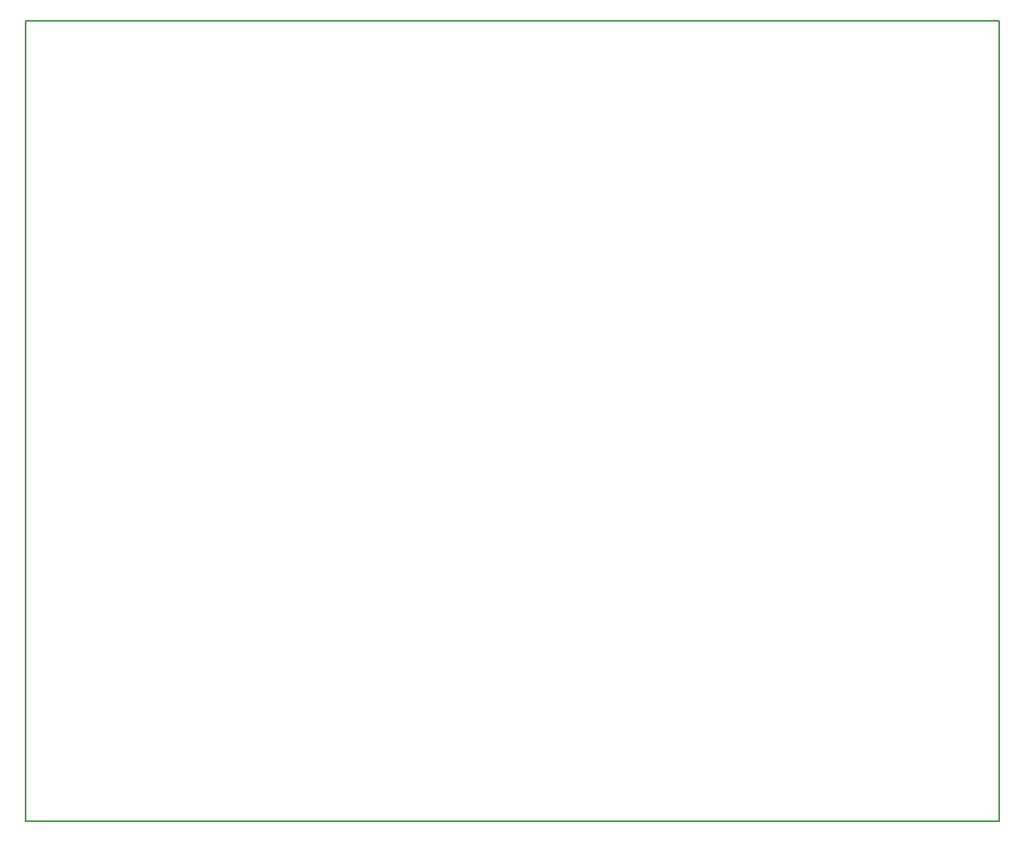
<source format=gm1>
G04 MADE WITH FRITZING*
G04 WWW.FRITZING.ORG*
G04 SINGLE SIDED*
G04 HOLES NOT PLATED*
G04 CONTOUR ON CENTER OF CONTOUR VECTOR*
%ASAXBY*%
%FSLAX23Y23*%
%MOIN*%
%OFA0B0*%
%SFA1.0B1.0*%
%ADD10R,4.060800X3.338510*%
%ADD11C,0.008000*%
%ADD10C,0.008*%
%LNCONTOUR*%
G90*
G70*
G54D10*
G54D11*
X4Y3335D02*
X4057Y3335D01*
X4057Y4D01*
X4Y4D01*
X4Y3335D01*
D02*
G04 End of contour*
M02*
</source>
